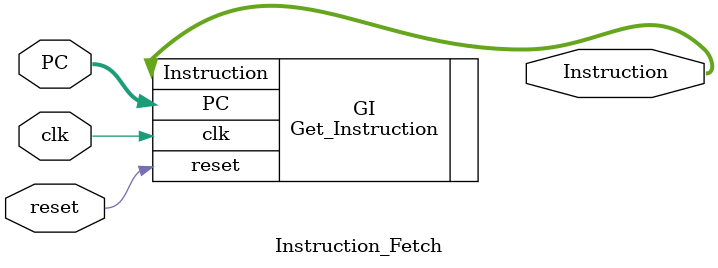
<source format=v>

`include "Get_Instruction.v"
module Instruction_Fetch(
	input clk, reset,
	input [9:0] PC,
	output [31:0] Instruction
);

	Get_Instruction GI(.clk(clk), .reset(reset), .PC(PC), .Instruction(Instruction));

endmodule



</source>
